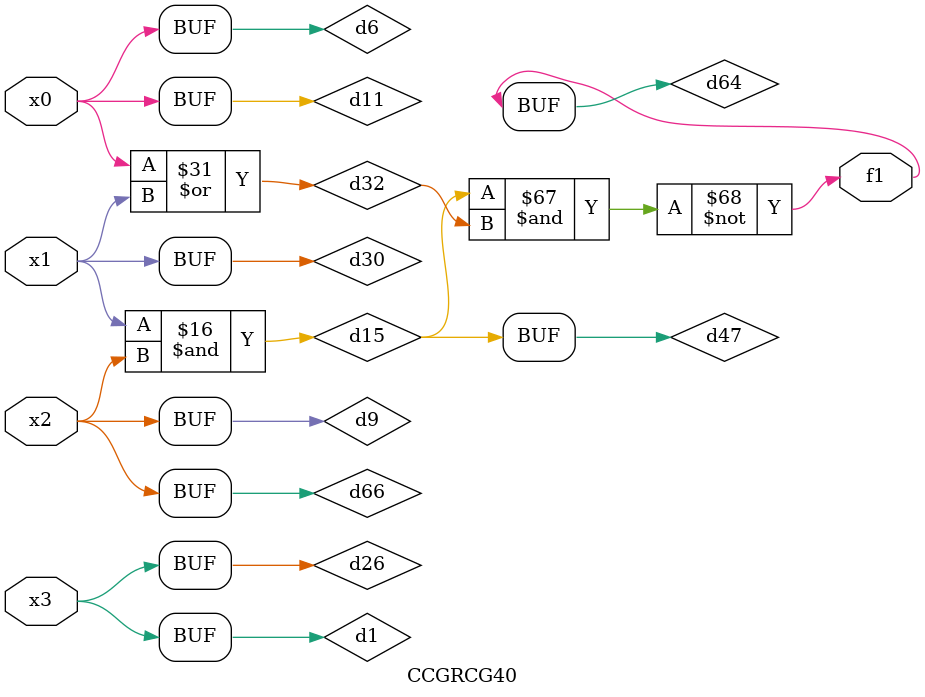
<source format=v>
module CCGRCG40( x0, x1, x2, x3, f1 );

	input x0, x1, x2, x3;
	output f1;

	wire d1, d2, d3, d4, d5, d6, d7, d8, d9, d10, d11, d12, d13, d14, d15, d16, d17, d18, d19, d20, d21, d22, d23, d24, d25, d26, d27, d28, d29, d30, d31, d32, d33, d34, d35, d36, d37, d38, d39, d40, d41, d42, d43, d44, d45, d46, d47, d48, d49, d50, d51, d52, d53, d54, d55, d56, d57, d58, d59, d60, d61, d62, d63, d64, d65, d66, d67, d68, d69, d70, d71, d72, d73, d74;

	buf (d1, x3);
	xnor (d2, x3);
	or (d3, x1, x3);
	nand (d4, x2, x3);
	nand (d5, x0, x1);
	and (d6, x0);
	nor (d7, x2, x3);
	nand (d8, x2, x3);
	buf (d9, x2);
	or (d10, x0, x3);
	buf (d11, x0);
	xnor (d12, x0, x3);
	and (d13, x2, x3);
	and (d14, x2, x3);
	and (d15, x1, x2);
	not (d16, x1);
	xnor (d17, x0);
	not (d18, x0);
	or (d19, x2, x3);
	not (d20, x2);
	xnor (d21, x0, x2);
	nand (d22, x0, x2);
	xor (d23, x2, x3);
	or (d24, x0, x2);
	or (d25, x2, x3);
	or (d26, x3);
	nor (d27, x1, x2);
	and (d28, x0, x2);
	xor (d29, x1, x2);
	buf (d30, x1);
	or (d31, x0, x1);
	or (d32, x0, x1);
	xnor (d33, x1, x2);
	xnor (d34, x2, x3);
	and (d35, d7, d24);
	buf (d36, d27);
	buf (d37, d33);
	xnor (d38, d10, d22);
	xor (d39, d11, d19);
	xor (d40, d15, d29);
	nand (d41, d3, d11);
	not (d42, d15);
	buf (d43, d10);
	nand (d44, d6, d16);
	nand (d45, d13);
	buf (d46, d17);
	buf (d47, d15);
	xnor (d48, d28, d33);
	not (d49, d9);
	not (d50, d30);
	not (d51, d1);
	or (d52, d5, d19);
	nor (d53, d3, d9);
	nand (d54, d19, d33);
	and (d55, d2, d8);
	not (d56, d4);
	and (d57, d4, d21);
	nand (d58, d7, d33);
	xnor (d59, d7, d30);
	nand (d60, d21, d28);
	nand (d61, d16, d32);
	xnor (d62, d6, d10);
	nand (d63, d6, d21);
	nand (d64, d15, d32);
	nand (d65, d9);
	not (d66, d20);
	nand (d67, d33, d34);
	nor (d68, d22, d31);
	nor (d69, d21, d30);
	xor (d70, d11, d14);
	nand (d71, d14, d20);
	and (d72, d29, d33);
	xor (d73, d22, d27);
	nor (d74, d26);
	assign f1 = d64;
endmodule

</source>
